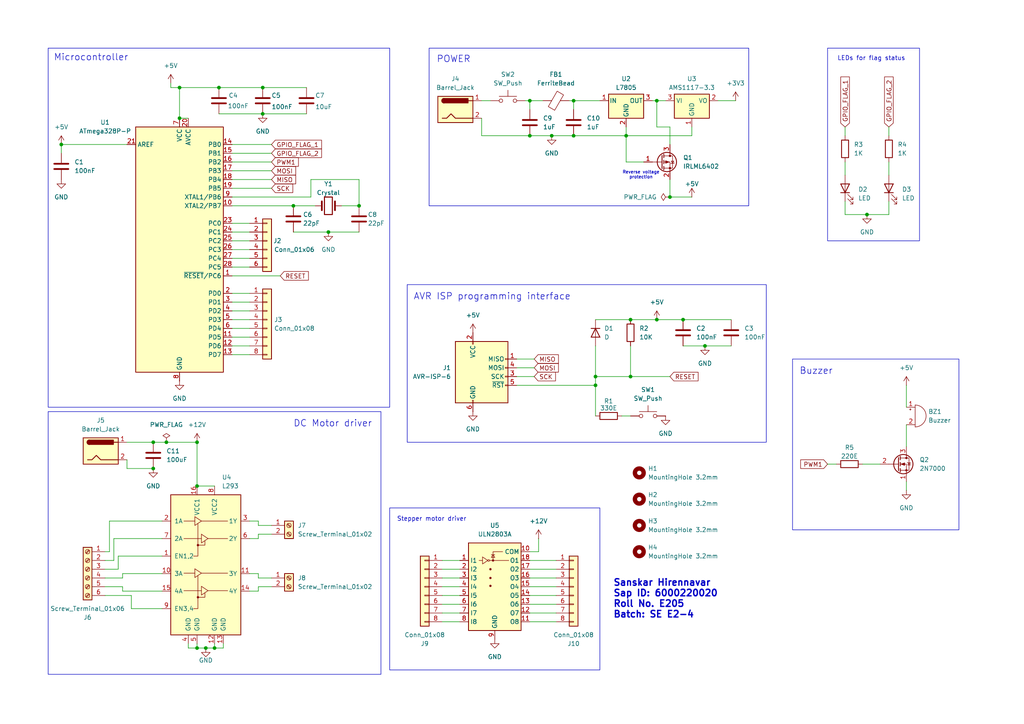
<source format=kicad_sch>
(kicad_sch (version 20250114) (generator "eeschema") (generator_version "9.0")
  (paper "A4")
  (lib_symbols
    (symbol "Connector:AVR-ISP-6" (pin_names (offset 1.016))
      (property "Reference" "J" (at -6.35 11.43 0))
      (property "Value" "AVR-ISP-6" (at 0 11.43 0))
      (symbol "AVR-ISP-6_1_1"
        (pin passive line (at -2.54 12.7 270) (length 2.54) (name "VCC") (number "2"))
        (pin passive line (at -2.54 -10.16 90) (length 2.54) (name "GND") (number "6"))
        (pin passive line (at 10.16 5.08 180) (length 2.54) (name "MISO") (number "1"))
        (pin passive line (at 10.16 2.54 180) (length 2.54) (name "MOSI") (number "4"))
        (pin passive line (at 10.16 0 180) (length 2.54) (name "SCK") (number "3"))
        (pin passive line (at 10.16 -2.54 180) (length 2.54) (name "~{RST}") (number "5"))
      )
    )
    (symbol "Connector:Barrel_Jack" (pin_names (offset 1.016))
      (property "Reference" "J" (at 0 5.334 0))
      (property "Value" "Barrel_Jack" (at 0 -5.08 0))
      (symbol "Barrel_Jack_1_1"
        (pin passive line (at 7.62 2.54 180) (length 2.54) (name "~") (number "1"))
        (pin passive line (at 7.62 -2.54 180) (length 2.54) (name "~") (number "2"))
      )
    )
    (symbol "Connector:Screw_Terminal_01x02" (pin_names (offset 1.016) (hide yes))
      (property "Reference" "J" (at 0 2.54 0))
      (property "Value" "Screw_Terminal_01x02" (at 0 -5.08 0))
      (symbol "Screw_Terminal_01x02_1_1"
        (pin passive line (at -5.08 0 0) (length 3.81) (name "Pin_1") (number "1"))
        (pin passive line (at -5.08 -2.54 0) (length 3.81) (name "Pin_2") (number "2"))
      )
    )
    (symbol "Connector:Screw_Terminal_01x06" (pin_names (offset 1.016) (hide yes))
      (property "Reference" "J" (at 0 7.62 0))
      (property "Value" "Screw_Terminal_01x06" (at 0 -10.16 0))
      (symbol "Screw_Terminal_01x06_1_1"
        (pin passive line (at -5.08 5.08 0) (length 3.81) (name "Pin_1") (number "1"))
        (pin passive line (at -5.08 2.54 0) (length 3.81) (name "Pin_2") (number "2"))
        (pin passive line (at -5.08 0 0) (length 3.81) (name "Pin_3") (number "3"))
        (pin passive line (at -5.08 -2.54 0) (length 3.81) (name "Pin_4") (number "4"))
        (pin passive line (at -5.08 -5.08 0) (length 3.81) (name "Pin_5") (number "5"))
        (pin passive line (at -5.08 -7.62 0) (length 3.81) (name "Pin_6") (number "6"))
      )
    )
    (symbol "Connector_Generic:Conn_01x06" (pin_names (offset 1.016) (hide yes))
      (property "Reference" "J" (at 0 7.62 0))
      (property "Value" "Conn_01x06" (at 0 -10.16 0))
      (symbol "Conn_01x06_1_1"
        (pin passive line (at -5.08 5.08 0) (length 3.81) (name "Pin_1") (number "1"))
        (pin passive line (at -5.08 2.54 0) (length 3.81) (name "Pin_2") (number "2"))
        (pin passive line (at -5.08 0 0) (length 3.81) (name "Pin_3") (number "3"))
        (pin passive line (at -5.08 -2.54 0) (length 3.81) (name "Pin_4") (number "4"))
        (pin passive line (at -5.08 -5.08 0) (length 3.81) (name "Pin_5") (number "5"))
        (pin passive line (at -5.08 -7.62 0) (length 3.81) (name "Pin_6") (number "6"))
      )
    )
    (symbol "Connector_Generic:Conn_01x08" (pin_names (offset 1.016) (hide yes))
      (property "Reference" "J" (at 0 10.16 0))
      (property "Value" "Conn_01x08" (at 0 -12.7 0))
      (symbol "Conn_01x08_1_1"
        (pin passive line (at -5.08 7.62 0) (length 3.81) (name "Pin_1") (number "1"))
        (pin passive line (at -5.08 5.08 0) (length 3.81) (name "Pin_2") (number "2"))
        (pin passive line (at -5.08 2.54 0) (length 3.81) (name "Pin_3") (number "3"))
        (pin passive line (at -5.08 0 0) (length 3.81) (name "Pin_4") (number "4"))
        (pin passive line (at -5.08 -2.54 0) (length 3.81) (name "Pin_5") (number "5"))
        (pin passive line (at -5.08 -5.08 0) (length 3.81) (name "Pin_6") (number "6"))
        (pin passive line (at -5.08 -7.62 0) (length 3.81) (name "Pin_7") (number "7"))
        (pin passive line (at -5.08 -10.16 0) (length 3.81) (name "Pin_8") (number "8"))
      )
    )
    (symbol "Device:Buzzer" (pin_names (offset 0.0254) (hide yes))
      (property "Reference" "BZ" (at 3.81 1.27 0))
      (property "Value" "Buzzer" (at 3.81 -1.27 0))
      (symbol "Buzzer_1_1"
        (pin passive line (at -2.54 2.54 0) (length 2.54) (name "+") (number "1"))
        (pin passive line (at -2.54 -2.54 0) (length 2.54) (name "-") (number "2"))
      )
    )
    (symbol "Device:C" (pin_numbers (hide yes)) (pin_names (offset 0.254))
      (property "Reference" "C" (at 0.635 2.54 0))
      (property "Value" "C" (at 0.635 -2.54 0))
      (symbol "C_1_1"
        (pin passive line (at 0 3.81 270) (length 2.794) (name "~") (number "1"))
        (pin passive line (at 0 -3.81 90) (length 2.794) (name "~") (number "2"))
      )
    )
    (symbol "Device:Crystal" (pin_numbers (hide yes)) (pin_names (offset 1.016) (hide yes))
      (property "Reference" "Y" (at 0 3.81 0))
      (property "Value" "Crystal" (at 0 -3.81 0))
      (symbol "Crystal_1_1"
        (pin passive line (at -3.81 0 0) (length 1.27) (name "1") (number "1"))
        (pin passive line (at 3.81 0 180) (length 1.27) (name "2") (number "2"))
      )
    )
    (symbol "Device:D" (pin_numbers (hide yes)) (pin_names (offset 1.016) (hide yes))
      (property "Reference" "D" (at 0 2.54 0))
      (property "Value" "D" (at 0 -2.54 0))
      (symbol "D_1_1"
        (pin passive line (at -3.81 0 0) (length 2.54) (name "K") (number "1"))
        (pin passive line (at 3.81 0 180) (length 2.54) (name "A") (number "2"))
      )
    )
    (symbol "Device:FerriteBead" (pin_numbers (hide yes)) (pin_names (offset 0))
      (property "Reference" "FB" (at -3.81 0.635 90))
      (property "Value" "FerriteBead" (at 3.81 0 90))
      (symbol "FerriteBead_1_1"
        (pin passive line (at 0 3.81 270) (length 2.54) (name "~") (number "1"))
        (pin passive line (at 0 -3.81 90) (length 2.54) (name "~") (number "2"))
      )
    )
    (symbol "Device:LED" (pin_numbers (hide yes)) (pin_names (offset 1.016) (hide yes))
      (property "Reference" "D" (at 0 2.54 0))
      (property "Value" "LED" (at 0 -2.54 0))
      (symbol "LED_1_1"
        (pin passive line (at -3.81 0 0) (length 2.54) (name "K") (number "1"))
        (pin passive line (at 3.81 0 180) (length 2.54) (name "A") (number "2"))
      )
    )
    (symbol "Device:R" (pin_numbers (hide yes)) (pin_names (offset 0))
      (property "Reference" "R" (at 2.032 0 90))
      (property "Value" "R" (at 0 0 90))
      (symbol "R_1_1"
        (pin passive line (at 0 3.81 270) (length 1.27) (name "~") (number "1"))
        (pin passive line (at 0 -3.81 90) (length 1.27) (name "~") (number "2"))
      )
    )
    (symbol "Driver_Motor:L293" (pin_names (offset 1.016))
      (property "Reference" "U" (at -5.08 26.035 0))
      (property "Value" "L293" (at -5.08 24.13 0))
      (symbol "L293_1_1"
        (pin input line (at -12.7 15.24 0) (length 2.54) (name "1A") (number "2"))
        (pin input line (at -12.7 10.16 0) (length 2.54) (name "2A") (number "7"))
        (pin input line (at -12.7 5.08 0) (length 2.54) (name "EN1,2") (number "1"))
        (pin input line (at -12.7 0 0) (length 2.54) (name "3A") (number "10"))
        (pin input line (at -12.7 -5.08 0) (length 2.54) (name "4A") (number "15"))
        (pin input line (at -12.7 -10.16 0) (length 2.54) (name "EN3,4") (number "9"))
        (pin power_in line (at -5.08 -20.32 90) (length 2.54) (name "GND") (number "4"))
        (pin power_in line (at -2.54 25.4 270) (length 2.54) (name "VCC1") (number "16"))
        (pin power_in line (at -2.54 -20.32 90) (length 2.54) (name "GND") (number "5"))
        (pin power_in line (at 2.54 25.4 270) (length 2.54) (name "VCC2") (number "8"))
        (pin power_in line (at 2.54 -20.32 90) (length 2.54) (name "GND") (number "12"))
        (pin power_in line (at 5.08 -20.32 90) (length 2.54) (name "GND") (number "13"))
        (pin output line (at 12.7 15.24 180) (length 2.54) (name "1Y") (number "3"))
        (pin output line (at 12.7 10.16 180) (length 2.54) (name "2Y") (number "6"))
        (pin output line (at 12.7 0 180) (length 2.54) (name "3Y") (number "11"))
        (pin output line (at 12.7 -5.08 180) (length 2.54) (name "4Y") (number "14"))
      )
    )
    (symbol "MCU_Microchip_ATmega:ATmega328P-P"
      (property "Reference" "U" (at -12.7 36.83 0))
      (property "Value" "ATmega328P-P" (at 2.54 -36.83 0))
      (symbol "ATmega328P-P_1_1"
        (pin passive line (at -15.24 30.48 0) (length 2.54) (name "AREF") (number "21"))
        (pin power_in line (at 0 38.1 270) (length 2.54) (name "VCC") (number "7"))
        (pin passive line (at 0 -38.1 90) (length 2.54) (hide yes) (name "GND") (number "22"))
        (pin power_in line (at 0 -38.1 90) (length 2.54) (name "GND") (number "8"))
        (pin power_in line (at 2.54 38.1 270) (length 2.54) (name "AVCC") (number "20"))
        (pin bidirectional line (at 15.24 30.48 180) (length 2.54) (name "PB0") (number "14"))
        (pin bidirectional line (at 15.24 27.94 180) (length 2.54) (name "PB1") (number "15"))
        (pin bidirectional line (at 15.24 25.4 180) (length 2.54) (name "PB2") (number "16"))
        (pin bidirectional line (at 15.24 22.86 180) (length 2.54) (name "PB3") (number "17"))
        (pin bidirectional line (at 15.24 20.32 180) (length 2.54) (name "PB4") (number "18"))
        (pin bidirectional line (at 15.24 17.78 180) (length 2.54) (name "PB5") (number "19"))
        (pin bidirectional line (at 15.24 15.24 180) (length 2.54) (name "XTAL1/PB6") (number "9"))
        (pin bidirectional line (at 15.24 12.7 180) (length 2.54) (name "XTAL2/PB7") (number "10"))
        (pin bidirectional line (at 15.24 7.62 180) (length 2.54) (name "PC0") (number "23"))
        (pin bidirectional line (at 15.24 5.08 180) (length 2.54) (name "PC1") (number "24"))
        (pin bidirectional line (at 15.24 2.54 180) (length 2.54) (name "PC2") (number "25"))
        (pin bidirectional line (at 15.24 0 180) (length 2.54) (name "PC3") (number "26"))
        (pin bidirectional line (at 15.24 -2.54 180) (length 2.54) (name "PC4") (number "27"))
        (pin bidirectional line (at 15.24 -5.08 180) (length 2.54) (name "PC5") (number "28"))
        (pin bidirectional line (at 15.24 -7.62 180) (length 2.54) (name "~{RESET}/PC6") (number "1"))
        (pin bidirectional line (at 15.24 -12.7 180) (length 2.54) (name "PD0") (number "2"))
        (pin bidirectional line (at 15.24 -15.24 180) (length 2.54) (name "PD1") (number "3"))
        (pin bidirectional line (at 15.24 -17.78 180) (length 2.54) (name "PD2") (number "4"))
        (pin bidirectional line (at 15.24 -20.32 180) (length 2.54) (name "PD3") (number "5"))
        (pin bidirectional line (at 15.24 -22.86 180) (length 2.54) (name "PD4") (number "6"))
        (pin bidirectional line (at 15.24 -25.4 180) (length 2.54) (name "PD5") (number "11"))
        (pin bidirectional line (at 15.24 -27.94 180) (length 2.54) (name "PD6") (number "12"))
        (pin bidirectional line (at 15.24 -30.48 180) (length 2.54) (name "PD7") (number "13"))
      )
    )
    (symbol "Mechanical:MountingHole" (pin_names (offset 1.016)) (in_bom no)
      (property "Reference" "H" (at 0 5.08 0))
      (property "Value" "MountingHole" (at 0 3.175 0))
    )
    (symbol "Regulator_Linear:AMS1117-3.3"
      (property "Reference" "U" (at -3.81 3.175 0))
      (property "Value" "AMS1117-3.3" (at 0 3.175 0))
      (symbol "AMS1117-3.3_1_1"
        (pin power_in line (at -7.62 0 0) (length 2.54) (name "VI") (number "3"))
        (pin power_in line (at 0 -7.62 90) (length 2.54) (name "GND") (number "1"))
        (pin power_out line (at 7.62 0 180) (length 2.54) (name "VO") (number "2"))
      )
    )
    (symbol "Regulator_Linear:L7805" (pin_names (offset 0.254))
      (property "Reference" "U" (at -3.81 3.175 0))
      (property "Value" "L7805" (at 0 3.175 0))
      (symbol "L7805_1_1"
        (pin power_in line (at -7.62 0 0) (length 2.54) (name "IN") (number "1"))
        (pin power_in line (at 0 -7.62 90) (length 2.54) (name "GND") (number "2"))
        (pin power_out line (at 7.62 0 180) (length 2.54) (name "OUT") (number "3"))
      )
    )
    (symbol "Switch:SW_Push" (pin_numbers (hide yes)) (pin_names (offset 1.016) (hide yes))
      (property "Reference" "SW" (at 1.27 2.54 0))
      (property "Value" "SW_Push" (at 0 -1.524 0))
      (symbol "SW_Push_0_1"
        (pin passive line (at -5.08 0 0) (length 2.54) (name "1") (number "1"))
        (pin passive line (at 5.08 0 180) (length 2.54) (name "2") (number "2"))
      )
    )
    (symbol "Transistor_Array:ULN2803A"
      (property "Reference" "U" (at 0 13.335 0))
      (property "Value" "ULN2803A" (at 0 11.43 0))
      (symbol "ULN2803A_1_1"
        (pin input line (at -10.16 5.08 0) (length 2.54) (name "I1") (number "1"))
        (pin input line (at -10.16 2.54 0) (length 2.54) (name "I2") (number "2"))
        (pin input line (at -10.16 0 0) (length 2.54) (name "I3") (number "3"))
        (pin input line (at -10.16 -2.54 0) (length 2.54) (name "I4") (number "4"))
        (pin input line (at -10.16 -5.08 0) (length 2.54) (name "I5") (number "5"))
        (pin input line (at -10.16 -7.62 0) (length 2.54) (name "I6") (number "6"))
        (pin input line (at -10.16 -10.16 0) (length 2.54) (name "I7") (number "7"))
        (pin input line (at -10.16 -12.7 0) (length 2.54) (name "I8") (number "8"))
        (pin power_in line (at 0 -17.78 90) (length 2.54) (name "GND") (number "9"))
        (pin passive line (at 10.16 7.62 180) (length 2.54) (name "COM") (number "10"))
        (pin open_collector line (at 10.16 5.08 180) (length 2.54) (name "O1") (number "18"))
        (pin open_collector line (at 10.16 2.54 180) (length 2.54) (name "O2") (number "17"))
        (pin open_collector line (at 10.16 0 180) (length 2.54) (name "O3") (number "16"))
        (pin open_collector line (at 10.16 -2.54 180) (length 2.54) (name "O4") (number "15"))
        (pin open_collector line (at 10.16 -5.08 180) (length 2.54) (name "O5") (number "14"))
        (pin open_collector line (at 10.16 -7.62 180) (length 2.54) (name "O6") (number "13"))
        (pin open_collector line (at 10.16 -10.16 180) (length 2.54) (name "O7") (number "12"))
        (pin open_collector line (at 10.16 -12.7 180) (length 2.54) (name "O8") (number "11"))
      )
    )
    (symbol "Transistor_FET:2N7000" (pin_names (hide yes))
      (property "Reference" "Q" (at 5.08 1.905 0))
      (property "Value" "2N7000" (at 5.08 0 0))
      (symbol "2N7000_1_1"
        (pin input line (at -5.08 0 0) (length 2.54) (name "G") (number "2"))
        (pin passive line (at 2.54 5.08 270) (length 2.54) (name "D") (number "3"))
        (pin passive line (at 2.54 -5.08 90) (length 2.54) (name "S") (number "1"))
      )
    )
    (symbol "Transistor_FET:IRLML6402" (pin_names (hide yes))
      (property "Reference" "Q" (at 5.08 1.905 0))
      (property "Value" "IRLML6402" (at 5.08 0 0))
      (symbol "IRLML6402_1_1"
        (pin input line (at -5.08 0 0) (length 2.54) (name "G") (number "1"))
        (pin passive line (at 2.54 5.08 270) (length 2.54) (name "D") (number "3"))
        (pin passive line (at 2.54 -5.08 90) (length 2.54) (name "S") (number "2"))
      )
    )
    (symbol "power:+12V" (power) (pin_numbers (hide yes)) (pin_names (offset 0) (hide yes))
      (property "Value" "+12V" (at 0 3.556 0))
      (symbol "+12V_1_1"
        (pin power_in line (at 0 0 90) (length 0) (name "~") (number "1"))
      )
    )
    (symbol "power:+3V3" (power) (pin_numbers (hide yes)) (pin_names (offset 0) (hide yes))
      (property "Value" "+3V3" (at 0 3.556 0))
      (symbol "+3V3_1_1"
        (pin power_in line (at 0 0 90) (length 0) (name "~") (number "1"))
      )
    )
    (symbol "power:+5V" (power) (pin_numbers (hide yes)) (pin_names (offset 0) (hide yes))
      (property "Value" "+5V" (at 0 3.556 0))
      (symbol "+5V_1_1"
        (pin power_in line (at 0 0 90) (length 0) (name "~") (number "1"))
      )
    )
    (symbol "power:GND" (power) (pin_numbers (hide yes)) (pin_names (offset 0) (hide yes))
      (property "Value" "GND" (at 0 -3.81 0))
      (symbol "GND_1_1"
        (pin power_in line (at 0 0 270) (length 0) (name "~") (number "1"))
      )
    )
    (symbol "power:PWR_FLAG" (power) (pin_numbers (hide yes)) (pin_names (offset 0) (hide yes))
      (property "Value" "PWR_FLAG" (at 0 3.81 0))
      (symbol "PWR_FLAG_0_0"
        (pin power_out line (at 0 0 90) (length 0) (name "~") (number "1"))
      )
    )
  )
  (rectangle (start 118.11 82.55) (end 222.25 128.27))
  (rectangle (start 13.97 119.38) (end 110.49 195.58))
  (rectangle (start 113.03 147.32) (end 173.99 194.31))
  (rectangle (start 229.87 104.14) (end 278.13 153.67))
  (rectangle (start 13.97 13.97) (end 113.03 118.11))
  (rectangle (start 124.46 13.97) (end 217.17 59.69))
  (rectangle (start 240.03 13.97) (end 266.7 69.85))
  (text "Reverse voltage\nprotection\n" (at 185.928 50.8 0) (effects (font (size 0.889 0.889))))
  (text "DC Motor driver\n" (at 96.52 122.936 0) (effects (font (size 1.905 1.905))))
  (text "POWER" (at 131.572 17.272 0) (effects (font (size 1.905 1.905))))
  (text "Microcontroller\n\n" (at 26.416 18.288 0) (effects (font (size 1.905 1.905))))
  (text "Buzzer" (at 236.728 107.696 0) (effects (font (size 1.905 1.905))))
  (text "Stepper motor driver\n" (at 125.222 150.622 0) (effects (font (size 1.27 1.27))))
  (text "LEDs for flag status\n" (at 252.73 17.018 0) (effects (font (size 1.27 1.27))))
  (text "Sanskar Hirennavar\nSap ID: 6000220020\nRoll No. E205\nBatch: SE E2-4" (at 177.8 173.736 0) (effects (font (size 1.905 1.905) (thickness 0.381) (bold yes)) (justify left)))
  (text "AVR ISP programming interface" (at 142.748 86.106 0) (effects (font (size 1.905 1.905))))
  (junction (at 182.88 92.71))
  (junction (at 57.15 128.27))
  (junction (at 181.61 39.37))
  (junction (at 17.78 41.91))
  (junction (at 52.07 25.4))
  (junction (at 62.23 187.96))
  (junction (at 190.5 29.21))
  (junction (at 44.45 135.89))
  (junction (at 198.12 92.71))
  (junction (at 76.2 25.4))
  (junction (at 166.37 39.37))
  (junction (at 57.15 140.97))
  (junction (at 182.88 109.22))
  (junction (at 63.5 25.4))
  (junction (at 104.14 59.69))
  (junction (at 48.26 128.27))
  (junction (at 204.47 100.33))
  (junction (at 160.02 39.37))
  (junction (at 251.46 62.23))
  (junction (at 166.37 29.21))
  (junction (at 153.67 39.37))
  (junction (at 194.31 57.15))
  (junction (at 172.72 111.76))
  (junction (at 172.72 109.22))
  (junction (at 59.69 187.96))
  (junction (at 52.07 34.29))
  (junction (at 190.5 92.71))
  (junction (at 85.09 59.69))
  (junction (at 95.25 67.31))
  (junction (at 44.45 128.27))
  (junction (at 76.2 33.02))
  (junction (at 153.67 29.21))
  (junction (at 57.15 187.96))
  (wire (pts (xy 67.31 102.87) (xy 72.39 102.87)))
  (wire (pts (xy 166.37 29.21) (xy 166.37 31.75)))
  (wire (pts (xy 128.27 172.72) (xy 133.35 172.72)))
  (wire (pts (xy 200.66 39.37) (xy 181.61 39.37)))
  (wire (pts (xy 30.48 170.18) (xy 35.56 170.18)))
  (wire (pts (xy 262.89 123.19) (xy 262.89 129.54)))
  (wire (pts (xy 152.4 29.21) (xy 153.67 29.21)))
  (wire (pts (xy 74.93 151.13) (xy 74.93 152.4)))
  (wire (pts (xy 128.27 162.56) (xy 133.35 162.56)))
  (wire (pts (xy 153.67 170.18) (xy 161.29 170.18)))
  (wire (pts (xy 153.67 39.37) (xy 160.02 39.37)))
  (wire (pts (xy 149.86 106.68) (xy 154.94 106.68)))
  (wire (pts (xy 153.67 180.34) (xy 161.29 180.34)))
  (wire (pts (xy 194.31 52.07) (xy 194.31 57.15)))
  (wire (pts (xy 67.31 92.71) (xy 72.39 92.71)))
  (wire (pts (xy 67.31 57.15) (xy 90.17 57.15)))
  (wire (pts (xy 153.67 162.56) (xy 161.29 162.56)))
  (wire (pts (xy 172.72 92.71) (xy 182.88 92.71)))
  (wire (pts (xy 67.31 100.33) (xy 72.39 100.33)))
  (wire (pts (xy 194.31 41.91) (xy 194.31 36.83)))
  (wire (pts (xy 153.67 177.8) (xy 161.29 177.8)))
  (wire (pts (xy 57.15 187.96) (xy 59.69 187.96)))
  (wire (pts (xy 190.5 92.71) (xy 198.12 92.71)))
  (wire (pts (xy 35.56 171.45) (xy 46.99 171.45)))
  (wire (pts (xy 262.89 139.7) (xy 262.89 142.24)))
  (wire (pts (xy 257.81 36.83) (xy 257.81 39.37)))
  (wire (pts (xy 74.93 152.4) (xy 78.74 152.4)))
  (wire (pts (xy 67.31 95.25) (xy 72.39 95.25)))
  (wire (pts (xy 67.31 67.31) (xy 72.39 67.31)))
  (wire (pts (xy 182.88 109.22) (xy 194.31 109.22)))
  (wire (pts (xy 245.11 58.42) (xy 245.11 62.23)))
  (wire (pts (xy 153.67 29.21) (xy 153.67 31.75)))
  (wire (pts (xy 149.86 104.14) (xy 154.94 104.14)))
  (wire (pts (xy 36.83 128.27) (xy 44.45 128.27)))
  (wire (pts (xy 153.67 160.02) (xy 156.21 160.02)))
  (wire (pts (xy 48.26 128.27) (xy 57.15 128.27)))
  (wire (pts (xy 128.27 177.8) (xy 133.35 177.8)))
  (wire (pts (xy 172.72 111.76) (xy 172.72 120.65)))
  (wire (pts (xy 95.25 67.31) (xy 104.14 67.31)))
  (wire (pts (xy 240.03 134.62) (xy 242.57 134.62)))
  (wire (pts (xy 67.31 97.79) (xy 72.39 97.79)))
  (wire (pts (xy 74.93 170.18) (xy 74.93 171.45)))
  (wire (pts (xy 67.31 85.09) (xy 72.39 85.09)))
  (wire (pts (xy 153.67 165.1) (xy 161.29 165.1)))
  (wire (pts (xy 36.83 135.89) (xy 44.45 135.89)))
  (wire (pts (xy 181.61 36.83) (xy 181.61 39.37)))
  (wire (pts (xy 194.31 57.15) (xy 200.66 57.15)))
  (wire (pts (xy 78.74 154.94) (xy 74.93 154.94)))
  (wire (pts (xy 67.31 49.53) (xy 78.74 49.53)))
  (wire (pts (xy 67.31 69.85) (xy 72.39 69.85)))
  (wire (pts (xy 17.78 41.91) (xy 36.83 41.91)))
  (wire (pts (xy 67.31 44.45) (xy 78.74 44.45)))
  (wire (pts (xy 189.23 29.21) (xy 190.5 29.21)))
  (wire (pts (xy 153.67 167.64) (xy 161.29 167.64)))
  (wire (pts (xy 67.31 74.93) (xy 72.39 74.93)))
  (wire (pts (xy 54.61 187.96) (xy 57.15 187.96)))
  (wire (pts (xy 78.74 170.18) (xy 74.93 170.18)))
  (wire (pts (xy 128.27 175.26) (xy 133.35 175.26)))
  (wire (pts (xy 67.31 64.77) (xy 72.39 64.77)))
  (wire (pts (xy 44.45 128.27) (xy 48.26 128.27)))
  (wire (pts (xy 194.31 36.83) (xy 190.5 36.83)))
  (wire (pts (xy 46.99 176.53) (xy 38.1 176.53)))
  (wire (pts (xy 85.09 59.69) (xy 91.44 59.69)))
  (wire (pts (xy 190.5 36.83) (xy 190.5 29.21)))
  (wire (pts (xy 153.67 29.21) (xy 157.48 29.21)))
  (wire (pts (xy 104.14 52.07) (xy 104.14 59.69)))
  (wire (pts (xy 74.93 166.37) (xy 74.93 167.64)))
  (wire (pts (xy 72.39 151.13) (xy 74.93 151.13)))
  (wire (pts (xy 74.93 171.45) (xy 72.39 171.45)))
  (wire (pts (xy 30.48 160.02) (xy 31.75 160.02)))
  (wire (pts (xy 257.81 46.99) (xy 257.81 50.8)))
  (wire (pts (xy 49.53 25.4) (xy 52.07 25.4)))
  (wire (pts (xy 54.61 186.69) (xy 54.61 187.96)))
  (wire (pts (xy 76.2 33.02) (xy 88.9 33.02)))
  (wire (pts (xy 166.37 29.21) (xy 173.99 29.21)))
  (wire (pts (xy 67.31 41.91) (xy 78.74 41.91)))
  (wire (pts (xy 190.5 29.21) (xy 193.04 29.21)))
  (wire (pts (xy 62.23 140.97) (xy 57.15 140.97)))
  (wire (pts (xy 35.56 167.64) (xy 35.56 166.37)))
  (wire (pts (xy 57.15 128.27) (xy 57.15 140.97)))
  (wire (pts (xy 160.02 39.37) (xy 166.37 39.37)))
  (wire (pts (xy 139.7 34.29) (xy 139.7 39.37)))
  (wire (pts (xy 245.11 62.23) (xy 251.46 62.23)))
  (wire (pts (xy 128.27 180.34) (xy 133.35 180.34)))
  (wire (pts (xy 153.67 175.26) (xy 161.29 175.26)))
  (wire (pts (xy 67.31 72.39) (xy 72.39 72.39)))
  (wire (pts (xy 31.75 160.02) (xy 31.75 151.13)))
  (wire (pts (xy 139.7 39.37) (xy 153.67 39.37)))
  (wire (pts (xy 67.31 80.01) (xy 81.28 80.01)))
  (wire (pts (xy 67.31 90.17) (xy 72.39 90.17)))
  (wire (pts (xy 33.02 162.56) (xy 30.48 162.56)))
  (wire (pts (xy 74.93 156.21) (xy 72.39 156.21)))
  (wire (pts (xy 180.34 120.65) (xy 182.88 120.65)))
  (wire (pts (xy 262.89 111.76) (xy 262.89 118.11)))
  (wire (pts (xy 62.23 187.96) (xy 64.77 187.96)))
  (wire (pts (xy 149.86 109.22) (xy 154.94 109.22)))
  (wire (pts (xy 72.39 166.37) (xy 74.93 166.37)))
  (wire (pts (xy 85.09 67.31) (xy 95.25 67.31)))
  (wire (pts (xy 250.19 134.62) (xy 255.27 134.62)))
  (wire (pts (xy 128.27 167.64) (xy 133.35 167.64)))
  (wire (pts (xy 52.07 34.29) (xy 54.61 34.29)))
  (wire (pts (xy 52.07 25.4) (xy 52.07 34.29)))
  (wire (pts (xy 166.37 39.37) (xy 181.61 39.37)))
  (wire (pts (xy 128.27 165.1) (xy 133.35 165.1)))
  (wire (pts (xy 99.06 59.69) (xy 104.14 59.69)))
  (wire (pts (xy 38.1 172.72) (xy 30.48 172.72)))
  (wire (pts (xy 182.88 109.22) (xy 172.72 109.22)))
  (wire (pts (xy 245.11 36.83) (xy 245.11 39.37)))
  (wire (pts (xy 59.69 187.96) (xy 62.23 187.96)))
  (wire (pts (xy 182.88 100.33) (xy 182.88 109.22)))
  (wire (pts (xy 76.2 25.4) (xy 88.9 25.4)))
  (wire (pts (xy 67.31 59.69) (xy 85.09 59.69)))
  (wire (pts (xy 35.56 170.18) (xy 35.56 171.45)))
  (wire (pts (xy 198.12 92.71) (xy 212.09 92.71)))
  (wire (pts (xy 172.72 100.33) (xy 172.72 109.22)))
  (wire (pts (xy 46.99 156.21) (xy 33.02 156.21)))
  (wire (pts (xy 90.17 52.07) (xy 104.14 52.07)))
  (wire (pts (xy 64.77 187.96) (xy 64.77 186.69)))
  (wire (pts (xy 30.48 167.64) (xy 35.56 167.64)))
  (wire (pts (xy 198.12 100.33) (xy 204.47 100.33)))
  (wire (pts (xy 62.23 186.69) (xy 62.23 187.96)))
  (wire (pts (xy 33.02 156.21) (xy 33.02 162.56)))
  (wire (pts (xy 128.27 170.18) (xy 133.35 170.18)))
  (wire (pts (xy 31.75 151.13) (xy 46.99 151.13)))
  (wire (pts (xy 49.53 24.13) (xy 49.53 25.4)))
  (wire (pts (xy 35.56 166.37) (xy 46.99 166.37)))
  (wire (pts (xy 63.5 33.02) (xy 76.2 33.02)))
  (wire (pts (xy 208.28 29.21) (xy 213.36 29.21)))
  (wire (pts (xy 181.61 46.99) (xy 181.61 39.37)))
  (wire (pts (xy 172.72 109.22) (xy 172.72 111.76)))
  (wire (pts (xy 74.93 154.94) (xy 74.93 156.21)))
  (wire (pts (xy 67.31 77.47) (xy 72.39 77.47)))
  (wire (pts (xy 34.29 161.29) (xy 46.99 161.29)))
  (wire (pts (xy 67.31 52.07) (xy 78.74 52.07)))
  (wire (pts (xy 172.72 111.76) (xy 149.86 111.76)))
  (wire (pts (xy 156.21 160.02) (xy 156.21 156.21)))
  (wire (pts (xy 57.15 186.69) (xy 57.15 187.96)))
  (wire (pts (xy 74.93 167.64) (xy 78.74 167.64)))
  (wire (pts (xy 36.83 133.35) (xy 36.83 135.89)))
  (wire (pts (xy 67.31 46.99) (xy 78.74 46.99)))
  (wire (pts (xy 67.31 87.63) (xy 72.39 87.63)))
  (wire (pts (xy 67.31 54.61) (xy 78.74 54.61)))
  (wire (pts (xy 139.7 29.21) (xy 142.24 29.21)))
  (wire (pts (xy 34.29 165.1) (xy 34.29 161.29)))
  (wire (pts (xy 38.1 176.53) (xy 38.1 172.72)))
  (wire (pts (xy 90.17 57.15) (xy 90.17 52.07)))
  (wire (pts (xy 17.78 41.91) (xy 17.78 44.45)))
  (wire (pts (xy 153.67 172.72) (xy 161.29 172.72)))
  (wire (pts (xy 165.1 29.21) (xy 166.37 29.21)))
  (wire (pts (xy 204.47 100.33) (xy 212.09 100.33)))
  (wire (pts (xy 257.81 62.23) (xy 257.81 58.42)))
  (wire (pts (xy 63.5 25.4) (xy 76.2 25.4)))
  (wire (pts (xy 182.88 92.71) (xy 190.5 92.71)))
  (wire (pts (xy 251.46 62.23) (xy 257.81 62.23)))
  (wire (pts (xy 30.48 165.1) (xy 34.29 165.1)))
  (wire (pts (xy 52.07 25.4) (xy 63.5 25.4)))
  (wire (pts (xy 245.11 46.99) (xy 245.11 50.8)))
  (wire (pts (xy 200.66 36.83) (xy 200.66 39.37)))
  (wire (pts (xy 186.69 46.99) (xy 181.61 46.99)))
  (global_label "SCK" (shape input) (at 78.74 54.61 0) (property "Intersheetrefs" "${INTERSHEET_REFS}" (effects (hide yes))))
  (global_label "MISO" (shape input) (at 78.74 52.07 0) (property "Intersheetrefs" "${INTERSHEET_REFS}" (effects (hide yes))))
  (global_label "GPIO_FLAG_2" (shape input) (at 257.81 36.83 90) (property "Intersheetrefs" "${INTERSHEET_REFS}" (effects (hide yes))))
  (global_label "GPIO_FLAG_1" (shape input) (at 78.74 41.91 0) (property "Intersheetrefs" "${INTERSHEET_REFS}" (effects (hide yes))))
  (global_label "RESET" (shape input) (at 194.31 109.22 0) (property "Intersheetrefs" "${INTERSHEET_REFS}" (effects (hide yes))))
  (global_label "GPIO_FLAG_1" (shape input) (at 245.11 36.83 90) (property "Intersheetrefs" "${INTERSHEET_REFS}" (effects (hide yes))))
  (global_label "MOSI" (shape input) (at 78.74 49.53 0) (property "Intersheetrefs" "${INTERSHEET_REFS}" (effects (hide yes))))
  (global_label "SCK" (shape input) (at 154.94 109.22 0) (property "Intersheetrefs" "${INTERSHEET_REFS}" (effects (hide yes))))
  (global_label "MOSI" (shape input) (at 154.94 106.68 0) (property "Intersheetrefs" "${INTERSHEET_REFS}" (effects (hide yes))))
  (global_label "RESET" (shape input) (at 81.28 80.01 0) (property "Intersheetrefs" "${INTERSHEET_REFS}" (effects (hide yes))))
  (global_label "GPIO_FLAG_2" (shape input) (at 78.74 44.45 0) (property "Intersheetrefs" "${INTERSHEET_REFS}" (effects (hide yes))))
  (global_label "PWM1" (shape input) (at 240.03 134.62 180) (property "Intersheetrefs" "${INTERSHEET_REFS}" (effects (hide yes))))
  (global_label "PWM1" (shape input) (at 78.74 46.99 0) (property "Intersheetrefs" "${INTERSHEET_REFS}" (effects (hide yes))))
  (global_label "MISO" (shape input) (at 154.94 104.14 0) (property "Intersheetrefs" "${INTERSHEET_REFS}" (effects (hide yes))))
  (symbol (lib_id "Device:C") (at 44.45 132.08 0) (unit 1)
    (property "Reference" "C11" (at 48.26 130.8099 0) (effects (justify left)))
    (property "Value" "100uF" (at 48.26 133.3499 0) (effects (justify left)))
    (property "Footprint" "Capacitor_SMD:C_0805_2012Metric" (effects (hide yes)))
    (property "Description" "Unpolarized capacitor" (effects (hide yes)))
  )
  (symbol (lib_id "power:+12V") (at 57.15 128.27 0) (unit 1)
    (property "Reference" "#PWR021" (effects (hide yes)))
    (property "Value" "+12V" (at 57.15 123.19 0))
    (property "Description" "Power symbol creates a global label with name \"+12V\"" (effects (hide yes)))
  )
  (symbol (lib_id "power:GND") (at 76.2 33.02 0) (unit 1)
    (property "Reference" "#PWR010" (effects (hide yes)))
    (property "Value" "GND" (at 76.2 38.1 0))
    (property "Description" "Power symbol creates a global label with name \"GND\" , ground" (effects (hide yes)))
  )
  (symbol (lib_id "Device:C") (at 153.67 35.56 0) (unit 1)
    (property "Reference" "C9" (at 157.48 34.2899 0) (effects (justify left)))
    (property "Value" "1uF" (at 157.48 36.8299 0) (effects (justify left)))
    (property "Footprint" "Capacitor_SMD:C_0805_2012Metric" (effects (hide yes)))
    (property "Description" "Unpolarized capacitor" (effects (hide yes)))
  )
  (symbol (lib_id "Driver_Motor:L293") (at 59.69 166.37 0) (unit 1)
    (property "Reference" "U4" (at 64.3733 138.43 0) (effects (justify left)))
    (property "Value" "L293" (at 64.3733 140.97 0) (effects (justify left)))
    (property "Footprint" "Package_DIP:DIP-16_W7.62mm" (effects (hide yes)))
    (property "Datasheet" "http://www.ti.com/lit/ds/symlink/l293.pdf" (effects (hide yes)))
    (property "Description" "Quadruple Half-H Drivers" (effects (hide yes)))
  )
  (symbol (lib_id "power:+3V3") (at 213.36 29.21 0) (unit 1)
    (property "Reference" "#PWR014" (effects (hide yes)))
    (property "Value" "+3V3" (at 213.36 24.13 0))
    (property "Description" "Power symbol creates a global label with name \"+3V3\"" (effects (hide yes)))
  )
  (symbol (lib_id "Transistor_Array:ULN2803A") (at 143.51 167.64 0) (unit 1)
    (property "Reference" "U5" (at 143.51 152.4 0))
    (property "Value" "ULN2803A" (at 143.51 154.94 0))
    (property "Footprint" "Package_DIP:DIP-18_W7.62mm" (effects (hide yes)))
    (property "Datasheet" "http://www.ti.com/lit/ds/symlink/uln2803a.pdf" (effects (hide yes)))
    (property "Description" "Darlington Transistor Arrays, SOIC18/DIP18" (effects (hide yes)))
  )
  (symbol (lib_id "power:+5V") (at 262.89 111.76 0) (unit 1)
    (property "Reference" "#PWR019" (effects (hide yes)))
    (property "Value" "+5V" (at 262.89 106.68 0))
    (property "Description" "Power symbol creates a global label with name \"+5V\"" (effects (hide yes)))
  )
  (symbol (lib_id "power:GND") (at 143.51 185.42 0) (unit 1)
    (property "Reference" "#PWR020" (effects (hide yes)))
    (property "Value" "GND" (at 143.51 190.5 0))
    (property "Description" "Power symbol creates a global label with name \"GND\" , ground" (effects (hide yes)))
  )
  (symbol (lib_id "Connector:Screw_Terminal_01x06") (at 25.4 165.1 0) (mirror y) (unit 1)
    (property "Reference" "J6" (at 25.4 179.07 0))
    (property "Value" "Screw_Terminal_01x06" (at 25.4 176.53 0))
    (property "Footprint" "TerminalBlock_Phoenix:TerminalBlock_Phoenix_MKDS-1-6-3.81_1x06_P3.81mm_Horizontal" (effects (hide yes)))
    (property "Description" "Generic screw terminal, single row, 01x06, script generated (kicad-library-utils/schlib/autogen/connector/)" (effects (hide yes)))
  )
  (symbol (lib_id "Device:LED") (at 245.11 54.61 90) (unit 1)
    (property "Reference" "D2" (at 248.92 54.9274 90) (effects (justify right)))
    (property "Value" "LED" (at 248.92 57.4674 90) (effects (justify right)))
    (property "Footprint" "LED_SMD:LED_0805_2012Metric" (effects (hide yes)))
    (property "Description" "Light emitting diode" (effects (hide yes)))
    (property "Sim.Pins" "1=K 2=A" (effects (hide yes)))
  )
  (symbol (lib_id "Connector:AVR-ISP-6") (at 139.7 109.22 0) (unit 1)
    (property "Reference" "J1" (at 130.81 106.6799 0) (effects (justify right)))
    (property "Value" "AVR-ISP-6" (at 130.81 109.2199 0) (effects (justify right)))
    (property "Footprint" "Connector_IDC:IDC-Header_2x03_P2.54mm_Vertical" (effects (hide yes)))
    (property "Description" "Atmel 6-pin ISP connector" (effects (hide yes)))
  )
  (symbol (lib_id "Mechanical:MountingHole") (at 185.42 152.4 0) (unit 1) (in_bom no)
    (property "Reference" "H3" (at 187.96 151.1299 0) (effects (justify left)))
    (property "Value" "MountingHole 3.2mm" (at 187.96 153.6699 0) (effects (justify left)))
    (property "Footprint" "MountingHole:MountingHole_3.2mm_M3" (effects (hide yes)))
    (property "Description" "Mounting Hole without connection" (effects (hide yes)))
  )
  (symbol (lib_id "Connector_Generic:Conn_01x08") (at 77.47 92.71 0) (unit 1)
    (property "Reference" "J3" (at 79.502 92.71 0) (effects (justify left)))
    (property "Value" "Conn_01x08" (at 79.502 95.25 0) (effects (justify left)))
    (property "Footprint" "Connector_PinHeader_2.54mm:PinHeader_1x08_P2.54mm_Vertical" (effects (hide yes)))
    (property "Description" "Generic connector, single row, 01x08, script generated (kicad-library-utils/schlib/autogen/connector/)" (effects (hide yes)))
  )
  (symbol (lib_id "Device:C") (at 198.12 96.52 0) (unit 1)
    (property "Reference" "C2" (at 201.93 95.2499 0) (effects (justify left)))
    (property "Value" "100nF" (at 201.93 97.7899 0) (effects (justify left)))
    (property "Footprint" "Capacitor_SMD:C_0805_2012Metric" (effects (hide yes)))
    (property "Description" "Unpolarized capacitor" (effects (hide yes)))
  )
  (symbol (lib_id "power:+5V") (at 137.16 96.52 0) (unit 1)
    (property "Reference" "#PWR01" (effects (hide yes)))
    (property "Value" "+5V" (at 137.16 91.44 0))
    (property "Description" "Power symbol creates a global label with name \"+5V\"" (effects (hide yes)))
  )
  (symbol (lib_id "Device:Crystal") (at 95.25 59.69 0) (unit 1)
    (property "Reference" "Y1" (at 95.25 53.34 0))
    (property "Value" "Crystal" (at 95.25 55.88 0))
    (property "Footprint" "Crystal:Crystal_HC49-4H_Vertical" (effects (hide yes)))
    (property "Description" "Two pin crystal" (effects (hide yes)))
  )
  (symbol (lib_id "Connector:Barrel_Jack") (at 132.08 31.75 0) (unit 1)
    (property "Reference" "J4" (at 132.08 22.86 0))
    (property "Value" "Barrel_Jack" (at 132.08 25.4 0))
    (property "Footprint" "Connector_BarrelJack:BarrelJack_CUI_PJ-063AH_Horizontal" (effects (hide yes)))
    (property "Description" "DC Barrel Jack" (effects (hide yes)))
  )
  (symbol (lib_id "power:GND") (at 204.47 100.33 0) (unit 1)
    (property "Reference" "#PWR07" (effects (hide yes)))
    (property "Value" "GND" (at 204.47 105.41 0))
    (property "Description" "Power symbol creates a global label with name \"GND\" , ground" (effects (hide yes)))
  )
  (symbol (lib_id "Connector:Screw_Terminal_01x02") (at 83.82 167.64 0) (unit 1)
    (property "Reference" "J8" (at 86.36 167.6399 0) (effects (justify left)))
    (property "Value" "Screw_Terminal_01x02" (at 86.36 170.1799 0) (effects (justify left)))
    (property "Footprint" "TerminalBlock_Phoenix:TerminalBlock_Phoenix_MKDS-1-2-3.81_1x02_P3.81mm_Horizontal" (effects (hide yes)))
    (property "Description" "Generic screw terminal, single row, 01x02, script generated (kicad-library-utils/schlib/autogen/connector/)" (effects (hide yes)))
  )
  (symbol (lib_id "Device:C") (at 88.9 29.21 0) (unit 1)
    (property "Reference" "C7" (at 91.44 27.686 0) (effects (justify left)))
    (property "Value" "10uF" (at 91.44 30.988 0) (effects (justify left)))
    (property "Footprint" "Capacitor_SMD:C_0805_2012Metric" (effects (hide yes)))
    (property "Description" "Unpolarized capacitor" (effects (hide yes)))
  )
  (symbol (lib_id "Mechanical:MountingHole") (at 185.42 144.78 0) (unit 1) (in_bom no)
    (property "Reference" "H2" (at 187.96 143.5099 0) (effects (justify left)))
    (property "Value" "MountingHole 3.2mm" (at 187.96 146.0499 0) (effects (justify left)))
    (property "Footprint" "MountingHole:MountingHole_3.2mm_M3" (effects (hide yes)))
    (property "Description" "Mounting Hole without connection" (effects (hide yes)))
  )
  (symbol (lib_id "Connector_Generic:Conn_01x08") (at 166.37 170.18 0) (unit 1)
    (property "Reference" "J10" (at 166.37 186.69 0))
    (property "Value" "Conn_01x08" (at 166.37 184.15 0))
    (property "Footprint" "Connector_PinHeader_2.54mm:PinHeader_1x08_P2.54mm_Vertical" (effects (hide yes)))
    (property "Description" "Generic connector, single row, 01x08, script generated (kicad-library-utils/schlib/autogen/connector/)" (effects (hide yes)))
  )
  (symbol (lib_id "Connector_Generic:Conn_01x08") (at 123.19 170.18 0) (mirror y) (unit 1)
    (property "Reference" "J9" (at 123.19 186.69 0))
    (property "Value" "Conn_01x08" (at 123.19 184.15 0))
    (property "Footprint" "Connector_PinHeader_2.54mm:PinHeader_1x08_P2.54mm_Vertical" (effects (hide yes)))
    (property "Description" "Generic connector, single row, 01x08, script generated (kicad-library-utils/schlib/autogen/connector/)" (effects (hide yes)))
  )
  (symbol (lib_id "Device:C") (at 212.09 96.52 0) (unit 1)
    (property "Reference" "C3" (at 215.9 95.2499 0) (effects (justify left)))
    (property "Value" "100nF" (at 215.9 97.7899 0) (effects (justify left)))
    (property "Footprint" "Capacitor_SMD:C_0805_2012Metric" (effects (hide yes)))
    (property "Description" "Unpolarized capacitor" (effects (hide yes)))
  )
  (symbol (lib_id "Transistor_FET:2N7000") (at 260.35 134.62 0) (unit 1)
    (property "Reference" "Q2" (at 266.7 133.3499 0) (effects (justify left)))
    (property "Value" "2N7000" (at 266.7 135.8899 0) (effects (justify left)))
    (property "Footprint" "Package_TO_SOT_THT:TO-92_Inline" (effects (hide yes)))
    (property "Datasheet" "https://www.vishay.com/docs/70226/70226.pdf" (effects (hide yes)))
    (property "Description" "0.2A Id, 200V Vds, N-Channel MOSFET, 2.6V Logic Level, TO-92" (effects (hide yes)))
  )
  (symbol (lib_id "Regulator_Linear:L7805") (at 181.61 29.21 0) (unit 1)
    (property "Reference" "U2" (at 181.61 22.86 0))
    (property "Value" "L7805" (at 181.61 25.4 0))
    (property "Footprint" "Package_TO_SOT_THT:TO-220-3_Vertical" (effects (hide yes)))
    (property "Datasheet" "http://www.st.com/content/ccc/resource/technical/document/datasheet/41/4f/b3/b0/12/d4/47/88/CD00000444.pdf/files/CD00000444.pdf/jcr:content/translations/en.CD00000444.pdf" (effects (hide yes)))
    (property "Description" "Positive 1.5A 35V Linear Regulator, Fixed Output 5V, TO-220/TO-263/TO-252" (effects (hide yes)))
  )
  (symbol (lib_id "Device:R") (at 246.38 134.62 90) (unit 1)
    (property "Reference" "R5" (at 246.38 129.794 90))
    (property "Value" "220E" (at 246.38 132.334 90))
    (property "Footprint" "Resistor_SMD:R_0805_2012Metric" (effects (hide yes)))
    (property "Description" "Resistor" (effects (hide yes)))
  )
  (symbol (lib_id "Device:Buzzer") (at 265.43 120.65 0) (unit 1)
    (property "Reference" "BZ1" (at 269.24 119.3799 0) (effects (justify left)))
    (property "Value" "Buzzer" (at 269.24 121.9199 0) (effects (justify left)))
    (property "Footprint" "Buzzer_Beeper:Buzzer_12x9.5RM7.6" (effects (hide yes)))
    (property "Description" "Buzzer, polarized" (effects (hide yes)))
  )
  (symbol (lib_id "Device:C") (at 85.09 63.5 0) (unit 1)
    (property "Reference" "C6" (at 87.884 62.23 0) (effects (justify left)))
    (property "Value" "22pF" (at 87.884 64.77 0) (effects (justify left)))
    (property "Footprint" "Capacitor_SMD:C_0805_2012Metric" (effects (hide yes)))
    (property "Description" "Unpolarized capacitor" (effects (hide yes)))
  )
  (symbol (lib_id "power:+12V") (at 156.21 156.21 0) (unit 1)
    (property "Reference" "#PWR022" (effects (hide yes)))
    (property "Value" "+12V" (at 156.21 151.13 0))
    (property "Description" "Power symbol creates a global label with name \"+12V\"" (effects (hide yes)))
  )
  (symbol (lib_id "Device:C") (at 17.78 48.26 0) (unit 1)
    (property "Reference" "C1" (at 21.59 46.9899 0) (effects (justify left)))
    (property "Value" "100nF" (at 21.59 49.5299 0) (effects (justify left)))
    (property "Footprint" "Capacitor_SMD:C_0805_2012Metric" (effects (hide yes)))
    (property "Description" "Unpolarized capacitor" (effects (hide yes)))
  )
  (symbol (lib_id "power:PWR_FLAG") (at 194.31 57.15 90) (unit 1)
    (property "Reference" "#FLG01" (effects (hide yes)))
    (property "Value" "PWR_FLAG" (at 190.5 57.1499 90) (effects (justify left)))
    (property "Description" "Special symbol for telling ERC where power comes from" (effects (hide yes)))
  )
  (symbol (lib_id "power:GND") (at 262.89 142.24 0) (unit 1)
    (property "Reference" "#PWR018" (effects (hide yes)))
    (property "Value" "GND" (at 262.89 147.32 0))
    (property "Description" "Power symbol creates a global label with name \"GND\" , ground" (effects (hide yes)))
  )
  (symbol (lib_id "power:+5V") (at 200.66 57.15 0) (unit 1)
    (property "Reference" "#PWR013" (effects (hide yes)))
    (property "Value" "+5V" (at 200.66 53.34 0))
    (property "Description" "Power symbol creates a global label with name \"+5V\"" (effects (hide yes)))
  )
  (symbol (lib_id "power:+5V") (at 190.5 92.71 0) (unit 1)
    (property "Reference" "#PWR03" (effects (hide yes)))
    (property "Value" "+5V" (at 190.5 87.63 0))
    (property "Description" "Power symbol creates a global label with name \"+5V\"" (effects (hide yes)))
  )
  (symbol (lib_id "Device:FerriteBead") (at 161.29 29.21 90) (unit 1)
    (property "Reference" "FB1" (at 161.2392 21.59 90))
    (property "Value" "FerriteBead" (at 161.2392 24.13 90))
    (property "Footprint" "Inductor_SMD:L_0805_2012Metric" (effects (hide yes)))
    (property "Description" "Ferrite bead" (effects (hide yes)))
  )
  (symbol (lib_id "Device:R") (at 257.81 43.18 0) (unit 1)
    (property "Reference" "R4" (at 260.35 41.9099 0) (effects (justify left)))
    (property "Value" "1K" (at 260.35 44.4499 0) (effects (justify left)))
    (property "Footprint" "Resistor_SMD:R_0805_2012Metric" (effects (hide yes)))
    (property "Description" "Resistor" (effects (hide yes)))
  )
  (symbol (lib_id "Transistor_FET:IRLML6402") (at 191.77 46.99 0) (unit 1)
    (property "Reference" "Q1" (at 198.12 45.7199 0) (effects (justify left)))
    (property "Value" "IRLML6402" (at 198.12 48.2599 0) (effects (justify left)))
    (property "Footprint" "Package_TO_SOT_SMD:SOT-23" (effects (hide yes)))
    (property "Datasheet" "https://www.infineon.com/dgdl/irlml6402pbf.pdf?fileId=5546d462533600a401535668d5c2263c" (effects (hide yes)))
    (property "Description" "-3.7A Id, -20V Vds, 65mOhm Rds, P-Channel HEXFET Power MOSFET, SOT-23" (effects (hide yes)))
  )
  (symbol (lib_id "Connector:Barrel_Jack") (at 29.21 130.81 0) (unit 1)
    (property "Reference" "J5" (at 29.21 121.92 0))
    (property "Value" "Barrel_Jack" (at 29.21 124.46 0))
    (property "Footprint" "Connector_BarrelJack:BarrelJack_CUI_PJ-063AH_Horizontal" (effects (hide yes)))
    (property "Description" "DC Barrel Jack" (effects (hide yes)))
  )
  (symbol (lib_id "Connector:Screw_Terminal_01x02") (at 83.82 152.4 0) (unit 1)
    (property "Reference" "J7" (at 86.36 152.3999 0) (effects (justify left)))
    (property "Value" "Screw_Terminal_01x02" (at 86.36 154.9399 0) (effects (justify left)))
    (property "Footprint" "TerminalBlock_Phoenix:TerminalBlock_Phoenix_MKDS-1-2-3.81_1x02_P3.81mm_Horizontal" (effects (hide yes)))
    (property "Description" "Generic screw terminal, single row, 01x02, script generated (kicad-library-utils/schlib/autogen/connector/)" (effects (hide yes)))
  )
  (symbol (lib_id "Regulator_Linear:AMS1117-3.3") (at 200.66 29.21 0) (unit 1)
    (property "Reference" "U3" (at 200.66 22.86 0))
    (property "Value" "AMS1117-3.3" (at 200.66 25.4 0))
    (property "Footprint" "Package_TO_SOT_SMD:SOT-223-3_TabPin2" (effects (hide yes)))
    (property "Datasheet" "http://www.advanced-monolithic.com/pdf/ds1117.pdf" (effects (hide yes)))
    (property "Description" "1A Low Dropout regulator, positive, 3.3V fixed output, SOT-223" (effects (hide yes)))
  )
  (symbol (lib_id "Device:R") (at 182.88 96.52 0) (unit 1)
    (property "Reference" "R2" (at 185.42 95.2499 0) (effects (justify left)))
    (property "Value" "10K" (at 185.42 97.7899 0) (effects (justify left)))
    (property "Footprint" "Resistor_SMD:R_0805_2012Metric" (effects (hide yes)))
    (property "Description" "Resistor" (effects (hide yes)))
  )
  (symbol (lib_id "MCU_Microchip_ATmega:ATmega328P-P") (at 52.07 72.39 0) (unit 1)
    (property "Reference" "U1" (at 30.48 35.4898 0))
    (property "Value" "ATmega328P-P" (at 30.48 38.0298 0))
    (property "Footprint" "Package_DIP:DIP-28_W7.62mm" (effects (hide yes)))
    (property "Datasheet" "http://ww1.microchip.com/downloads/en/DeviceDoc/ATmega328_P%20AVR%20MCU%20with%20picoPower%20Technology%20Data%20Sheet%2040001984A.pdf" (effects (hide yes)))
    (property "Description" "20MHz, 32kB Flash, 2kB SRAM, 1kB EEPROM, DIP-28" (effects (hide yes)))
  )
  (symbol (lib_id "Device:C") (at 104.14 63.5 0) (unit 1)
    (property "Reference" "C8" (at 106.68 62.23 0) (effects (justify left)))
    (property "Value" "22pF" (at 106.68 64.77 0) (effects (justify left)))
    (property "Footprint" "Capacitor_SMD:C_0805_2012Metric" (effects (hide yes)))
    (property "Description" "Unpolarized capacitor" (effects (hide yes)))
  )
  (symbol (lib_id "Device:D") (at 172.72 96.52 270) (unit 1)
    (property "Reference" "D1" (at 175.26 95.2499 90) (effects (justify left)))
    (property "Value" "D" (at 175.26 97.7899 90) (effects (justify left)))
    (property "Footprint" "Capacitor_SMD:C_0805_2012Metric" (effects (hide yes)))
    (property "Description" "Diode" (effects (hide yes)))
    (property "Sim.Device" "D" (effects (hide yes)))
    (property "Sim.Pins" "1=K 2=A" (effects (hide yes)))
  )
  (symbol (lib_id "Device:R") (at 245.11 43.18 0) (unit 1)
    (property "Reference" "R3" (at 247.65 41.9099 0) (effects (justify left)))
    (property "Value" "1K" (at 247.65 44.4499 0) (effects (justify left)))
    (property "Footprint" "Resistor_SMD:R_0805_2012Metric" (effects (hide yes)))
    (property "Description" "Resistor" (effects (hide yes)))
  )
  (symbol (lib_id "Device:LED") (at 257.81 54.61 90) (unit 1)
    (property "Reference" "D3" (at 261.62 54.9274 90) (effects (justify right)))
    (property "Value" "LED" (at 261.62 57.4674 90) (effects (justify right)))
    (property "Footprint" "LED_SMD:LED_0805_2012Metric" (effects (hide yes)))
    (property "Description" "Light emitting diode" (effects (hide yes)))
    (property "Sim.Pins" "1=K 2=A" (effects (hide yes)))
  )
  (symbol (lib_id "Switch:SW_Push") (at 187.96 120.65 0) (unit 1)
    (property "Reference" "SW1" (at 187.96 113.03 0))
    (property "Value" "SW_Push" (at 187.96 115.57 0))
    (property "Footprint" "Button_Switch_THT:SW_PUSH_6mm" (effects (hide yes)))
    (property "Description" "Push button switch, generic, two pins" (effects (hide yes)))
  )
  (symbol (lib_id "power:GND") (at 44.45 135.89 0) (unit 1)
    (property "Reference" "#PWR016" (effects (hide yes)))
    (property "Value" "GND" (at 44.45 140.97 0))
    (property "Description" "Power symbol creates a global label with name \"GND\" , ground" (effects (hide yes)))
  )
  (symbol (lib_id "Device:C") (at 63.5 29.21 0) (unit 1)
    (property "Reference" "C4" (at 66.294 27.686 0) (effects (justify left)))
    (property "Value" "100nF" (at 66.04 30.734 0) (effects (justify left)))
    (property "Footprint" "Capacitor_SMD:C_0805_2012Metric" (effects (hide yes)))
    (property "Description" "Unpolarized capacitor" (effects (hide yes)))
  )
  (symbol (lib_id "Device:R") (at 176.53 120.65 90) (unit 1)
    (property "Reference" "R1" (at 176.53 116.332 90))
    (property "Value" "330E" (at 176.53 118.364 90))
    (property "Footprint" "Resistor_SMD:R_0805_2012Metric" (effects (hide yes)))
    (property "Description" "Resistor" (effects (hide yes)))
  )
  (symbol (lib_id "power:GND") (at 193.04 120.65 0) (unit 1)
    (property "Reference" "#PWR06" (effects (hide yes)))
    (property "Value" "GND" (at 193.04 125.73 0))
    (property "Description" "Power symbol creates a global label with name \"GND\" , ground" (effects (hide yes)))
  )
  (symbol (lib_id "power:GND") (at 251.46 62.23 0) (unit 1)
    (property "Reference" "#PWR015" (effects (hide yes)))
    (property "Value" "GND" (at 251.46 67.31 0))
    (property "Description" "Power symbol creates a global label with name \"GND\" , ground" (effects (hide yes)))
  )
  (symbol (lib_id "power:+5V") (at 49.53 24.13 0) (unit 1)
    (property "Reference" "#PWR08" (effects (hide yes)))
    (property "Value" "+5V" (at 49.53 19.05 0))
    (property "Description" "Power symbol creates a global label with name \"+5V\"" (effects (hide yes)))
  )
  (symbol (lib_id "Device:C") (at 166.37 35.56 0) (unit 1)
    (property "Reference" "C10" (at 170.18 34.2899 0) (effects (justify left)))
    (property "Value" "1uF" (at 170.18 36.8299 0) (effects (justify left)))
    (property "Footprint" "Capacitor_SMD:C_0805_2012Metric" (effects (hide yes)))
    (property "Description" "Unpolarized capacitor" (effects (hide yes)))
  )
  (symbol (lib_id "power:GND") (at 17.78 52.07 0) (unit 1)
    (property "Reference" "#PWR05" (effects (hide yes)))
    (property "Value" "GND" (at 17.78 57.15 0))
    (property "Description" "Power symbol creates a global label with name \"GND\" , ground" (effects (hide yes)))
  )
  (symbol (lib_id "power:GND") (at 59.69 187.96 0) (unit 1)
    (property "Reference" "#PWR017" (effects (hide yes)))
    (property "Value" "GND" (at 59.69 191.516 0))
    (property "Description" "Power symbol creates a global label with name \"GND\" , ground" (effects (hide yes)))
  )
  (symbol (lib_id "Connector_Generic:Conn_01x06") (at 77.47 69.85 0) (unit 1)
    (property "Reference" "J2" (at 79.248 69.85 0) (effects (justify left)))
    (property "Value" "Conn_01x06" (at 79.502 72.39 0) (effects (justify left)))
    (property "Footprint" "Connector_PinHeader_2.54mm:PinHeader_1x06_P2.54mm_Vertical" (effects (hide yes)))
    (property "Description" "Generic connector, single row, 01x06, script generated (kicad-library-utils/schlib/autogen/connector/)" (effects (hide yes)))
  )
  (symbol (lib_id "power:GND") (at 137.16 119.38 0) (unit 1)
    (property "Reference" "#PWR02" (effects (hide yes)))
    (property "Value" "GND" (at 137.16 124.46 0))
    (property "Description" "Power symbol creates a global label with name \"GND\" , ground" (effects (hide yes)))
  )
  (symbol (lib_id "power:GND") (at 52.07 110.49 0) (unit 1)
    (property "Reference" "#PWR09" (effects (hide yes)))
    (property "Value" "GND" (at 52.07 115.57 0))
    (property "Description" "Power symbol creates a global label with name \"GND\" , ground" (effects (hide yes)))
  )
  (symbol (lib_id "Mechanical:MountingHole") (at 185.42 160.02 0) (unit 1) (in_bom no)
    (property "Reference" "H4" (at 187.96 158.7499 0) (effects (justify left)))
    (property "Value" "MountingHole 3.2mm" (at 187.96 161.2899 0) (effects (justify left)))
    (property "Footprint" "MountingHole:MountingHole_3.2mm_M3" (effects (hide yes)))
    (property "Description" "Mounting Hole without connection" (effects (hide yes)))
  )
  (symbol (lib_id "Device:C") (at 76.2 29.21 0) (unit 1)
    (property "Reference" "C5" (at 78.74 27.686 0) (effects (justify left)))
    (property "Value" "100nF" (at 78.74 30.988 0) (effects (justify left)))
    (property "Footprint" "Capacitor_SMD:C_0805_2012Metric" (effects (hide yes)))
    (property "Description" "Unpolarized capacitor" (effects (hide yes)))
  )
  (symbol (lib_id "power:PWR_FLAG") (at 48.26 128.27 0) (unit 1)
    (property "Reference" "#FLG02" (effects (hide yes)))
    (property "Value" "PWR_FLAG" (at 48.26 123.19 0))
    (property "Description" "Special symbol for telling ERC where power comes from" (effects (hide yes)))
  )
  (symbol (lib_id "power:GND") (at 95.25 67.31 0) (unit 1)
    (property "Reference" "#PWR011" (effects (hide yes)))
    (property "Value" "GND" (at 95.25 72.39 0))
    (property "Description" "Power symbol creates a global label with name \"GND\" , ground" (effects (hide yes)))
  )
  (symbol (lib_id "Mechanical:MountingHole") (at 185.42 137.16 0) (unit 1) (in_bom no)
    (property "Reference" "H1" (at 187.96 135.8899 0) (effects (justify left)))
    (property "Value" "MountingHole 3.2mm" (at 187.96 138.4299 0) (effects (justify left)))
    (property "Footprint" "MountingHole:MountingHole_3.2mm_M3" (effects (hide yes)))
    (property "Description" "Mounting Hole without connection" (effects (hide yes)))
  )
  (symbol (lib_id "power:+5V") (at 17.78 41.91 0) (unit 1)
    (property "Reference" "#PWR04" (effects (hide yes)))
    (property "Value" "+5V" (at 17.78 36.83 0))
    (property "Description" "Power symbol creates a global label with name \"+5V\"" (effects (hide yes)))
  )
  (symbol (lib_id "power:GND") (at 160.02 39.37 0) (unit 1)
    (property "Reference" "#PWR012" (effects (hide yes)))
    (property "Value" "GND" (at 160.02 44.45 0))
    (property "Description" "Power symbol creates a global label with name \"GND\" , ground" (effects (hide yes)))
  )
  (symbol (lib_id "Switch:SW_Push") (at 147.32 29.21 0) (unit 1)
    (property "Reference" "SW2" (at 147.32 21.59 0))
    (property "Value" "SW_Push" (at 147.32 24.13 0))
    (property "Footprint" "Button_Switch_THT:SW_PUSH_6mm" (effects (hide yes)))
    (property "Description" "Push button switch, generic, two pins" (effects (hide yes)))
  )
)
</source>
